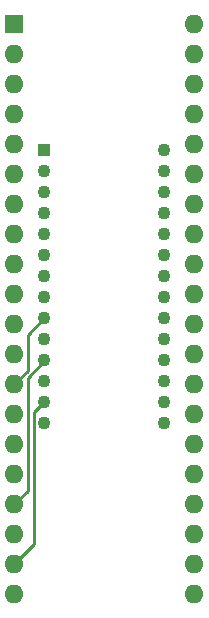
<source format=gbl>
G04 #@! TF.GenerationSoftware,KiCad,Pcbnew,(6.0.0)*
G04 #@! TF.CreationDate,2023-01-29T20:36:38-05:00*
G04 #@! TF.ProjectId,tms7000 28 pin adapter,746d7337-3030-4302-9032-382070696e20,rev?*
G04 #@! TF.SameCoordinates,Original*
G04 #@! TF.FileFunction,Copper,L2,Bot*
G04 #@! TF.FilePolarity,Positive*
%FSLAX46Y46*%
G04 Gerber Fmt 4.6, Leading zero omitted, Abs format (unit mm)*
G04 Created by KiCad (PCBNEW (6.0.0)) date 2023-01-29 20:36:38*
%MOMM*%
%LPD*%
G01*
G04 APERTURE LIST*
G04 #@! TA.AperFunction,ComponentPad*
%ADD10R,1.600000X1.600000*%
G04 #@! TD*
G04 #@! TA.AperFunction,ComponentPad*
%ADD11O,1.600000X1.600000*%
G04 #@! TD*
G04 #@! TA.AperFunction,ComponentPad*
%ADD12R,1.100000X1.100000*%
G04 #@! TD*
G04 #@! TA.AperFunction,ComponentPad*
%ADD13C,1.100000*%
G04 #@! TD*
G04 #@! TA.AperFunction,Conductor*
%ADD14C,0.250000*%
G04 #@! TD*
G04 APERTURE END LIST*
D10*
X115565000Y-52837000D03*
D11*
X115565000Y-55377000D03*
X115565000Y-57917000D03*
X115565000Y-60457000D03*
X115565000Y-62997000D03*
X115565000Y-65537000D03*
X115565000Y-68077000D03*
X115565000Y-70617000D03*
X115565000Y-73157000D03*
X115565000Y-75697000D03*
X115565000Y-78237000D03*
X115565000Y-80777000D03*
X115565000Y-83317000D03*
X115565000Y-85857000D03*
X115565000Y-88397000D03*
X115565000Y-90937000D03*
X115565000Y-93477000D03*
X115565000Y-96017000D03*
X115565000Y-98557000D03*
X115565000Y-101097000D03*
X130805000Y-101097000D03*
X130805000Y-98557000D03*
X130805000Y-96017000D03*
X130805000Y-93477000D03*
X130805000Y-90937000D03*
X130805000Y-88397000D03*
X130805000Y-85857000D03*
X130805000Y-83317000D03*
X130805000Y-80777000D03*
X130805000Y-78237000D03*
X130805000Y-75697000D03*
X130805000Y-73157000D03*
X130805000Y-70617000D03*
X130805000Y-68077000D03*
X130805000Y-65537000D03*
X130805000Y-62997000D03*
X130805000Y-60457000D03*
X130805000Y-57917000D03*
X130805000Y-55377000D03*
X130805000Y-52837000D03*
D12*
X118110000Y-63500000D03*
D13*
X118110000Y-65278000D03*
X118110000Y-67056000D03*
X118110000Y-68834000D03*
X118110000Y-70612000D03*
X118110000Y-72390000D03*
X118110000Y-74168000D03*
X118110000Y-75946000D03*
X118110000Y-77724000D03*
X118110000Y-79502000D03*
X118110000Y-81280000D03*
X118110000Y-83058000D03*
X118110000Y-84836000D03*
X118110000Y-86614000D03*
X128270000Y-86614000D03*
X128270000Y-84836000D03*
X128270000Y-83058000D03*
X128270000Y-81280000D03*
X128270000Y-79502000D03*
X128270000Y-77724000D03*
X128270000Y-75946000D03*
X128270000Y-74168000D03*
X128270000Y-72390000D03*
X128270000Y-70612000D03*
X128270000Y-68834000D03*
X128270000Y-67056000D03*
X128270000Y-65278000D03*
X128270000Y-63500000D03*
D14*
X116689511Y-82192489D02*
X115565000Y-83317000D01*
X118110000Y-77724000D02*
X116689511Y-79144489D01*
X116689511Y-79144489D02*
X116689511Y-82192489D01*
X118110000Y-81407718D02*
X116689511Y-82828207D01*
X118110000Y-81280000D02*
X118110000Y-81407718D01*
X116689511Y-82828207D02*
X116689511Y-92352489D01*
X116689511Y-92352489D02*
X115565000Y-93477000D01*
X117235489Y-96886511D02*
X115565000Y-98557000D01*
X117235489Y-85710511D02*
X117235489Y-96886511D01*
X118110000Y-84836000D02*
X117235489Y-85710511D01*
M02*

</source>
